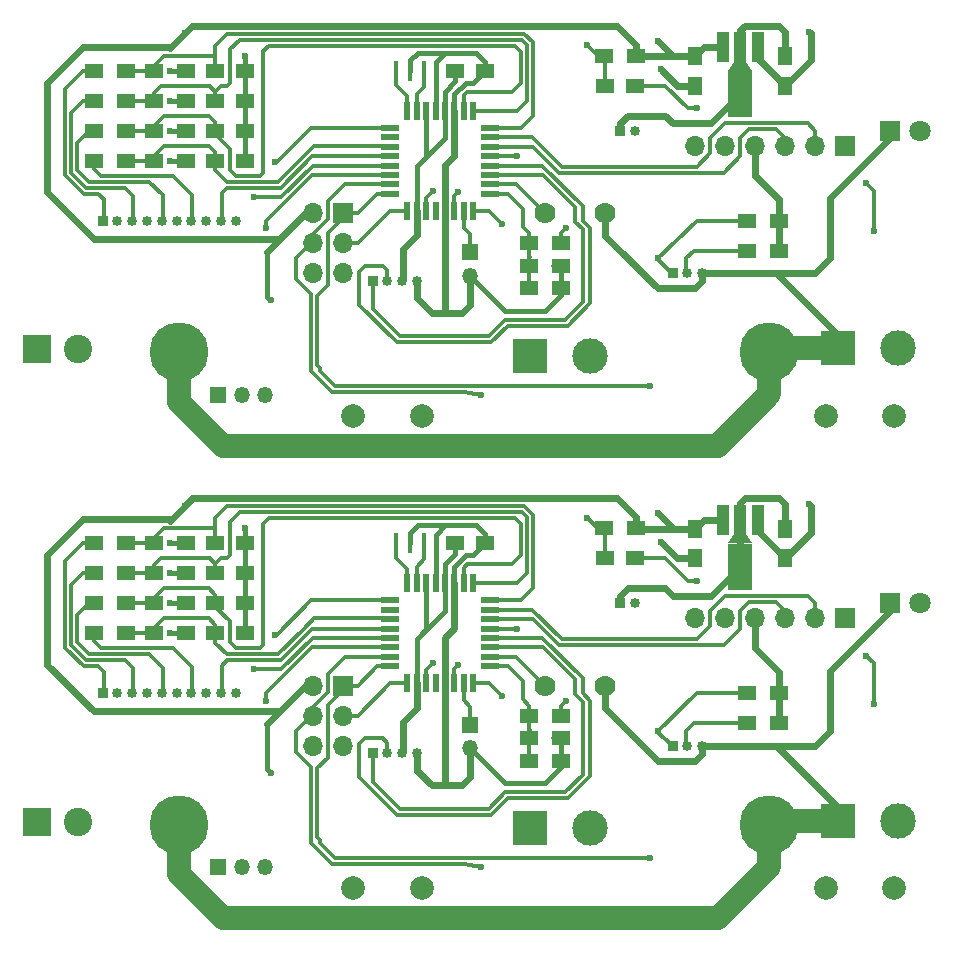
<source format=gtl>
%MOIN*%
%OFA0B0*%
%FSLAX46Y46*%
%IPPOS*%
%LPD*%
%ADD10C,0.0039370078740157488*%
%ADD11R,0.033464566929133861X0.033464566929133861*%
%ADD12C,0.033464566929133861*%
%ADD13C,0.07874015748031496*%
%ADD14C,0.19685039370078741*%
%ADD15R,0.053149606299212608X0.053149606299212608*%
%ADD16O,0.053149606299212608X0.053149606299212608*%
%ADD17R,0.066929133858267723X0.066929133858267723*%
%ADD18O,0.066929133858267723X0.066929133858267723*%
%ADD19R,0.11811023622047245X0.11811023622047245*%
%ADD20C,0.11811023622047245*%
%ADD21R,0.094488188976377951X0.094488188976377951*%
%ADD22C,0.094488188976377951*%
%ADD23R,0.049212598425196853X0.059055118110236227*%
%ADD24R,0.059055118110236227X0.049212598425196853*%
%ADD25R,0.059055118110236227X0.051181102362204731*%
%ADD26R,0.015748031496062995X0.070866141732283464*%
%ADD27R,0.070866141732283464X0.070866141732283464*%
%ADD28C,0.070866141732283464*%
%ADD29C,0.07*%
%ADD30R,0.03937007874015748X0.0984251968503937*%
%ADD31R,0.07874015748031496X0.15748031496062992*%
%ADD32R,0.021653543307086617X0.062992125984251982*%
%ADD33R,0.062992125984251982X0.021653543307086617*%
%ADD34C,0.023622047244094488*%
%ADD35C,0.012000000000000002*%
%ADD36C,0.08*%
%ADD37C,0.024000000000000004*%
%ADD38C,0.016*%
%ADD49C,0.0039370078740157488*%
%ADD50R,0.033464566929133861X0.033464566929133861*%
%ADD51C,0.033464566929133861*%
%ADD52C,0.07874015748031496*%
%ADD53C,0.19685039370078741*%
%ADD54R,0.053149606299212608X0.053149606299212608*%
%ADD55O,0.053149606299212608X0.053149606299212608*%
%ADD56R,0.066929133858267723X0.066929133858267723*%
%ADD57O,0.066929133858267723X0.066929133858267723*%
%ADD58R,0.11811023622047245X0.11811023622047245*%
%ADD59C,0.11811023622047245*%
%ADD60R,0.094488188976377951X0.094488188976377951*%
%ADD61C,0.094488188976377951*%
%ADD62R,0.049212598425196853X0.059055118110236227*%
%ADD63R,0.059055118110236227X0.049212598425196853*%
%ADD64R,0.059055118110236227X0.051181102362204731*%
%ADD65R,0.015748031496062995X0.070866141732283464*%
%ADD66R,0.070866141732283464X0.070866141732283464*%
%ADD67C,0.070866141732283464*%
%ADD68C,0.07*%
%ADD69R,0.03937007874015748X0.0984251968503937*%
%ADD70R,0.07874015748031496X0.15748031496062992*%
%ADD71R,0.021653543307086617X0.062992125984251982*%
%ADD72R,0.062992125984251982X0.021653543307086617*%
%ADD73C,0.023622047244094488*%
%ADD74C,0.012000000000000002*%
%ADD75C,0.08*%
%ADD76C,0.024000000000000004*%
%ADD77C,0.016*%
%LPD*%
G01*
D10*
D11*
X-0005157401Y0004896259D02*
X0000337598Y0000821259D03*
D12*
X0000386810Y0000821259D03*
X0000436023Y0000821259D03*
X0000485236Y0000821259D03*
X0000534448Y0000821259D03*
X0000583661Y0000821259D03*
X0000632873Y0000821259D03*
X0000682086Y0000821259D03*
X0000731299Y0000821259D03*
X0000780511Y0000821259D03*
D13*
X0001401771Y0000171259D03*
X0001173425Y0000171259D03*
X0002748425Y0000171259D03*
X0002976771Y0000171259D03*
D11*
X0002062598Y0001121259D03*
D12*
X0002111810Y0001121259D03*
D14*
X0000590551Y0000383700D03*
D15*
X0000722598Y0000241259D03*
D16*
X0000801338Y0000241259D03*
X0000880078Y0000241259D03*
D17*
X0001137598Y0000846259D03*
D18*
X0001037598Y0000846259D03*
X0001137598Y0000746259D03*
X0001037598Y0000746259D03*
X0001137598Y0000646259D03*
X0001037598Y0000646259D03*
D19*
X0001762598Y0000371259D03*
D20*
X0001962598Y0000371259D03*
D14*
X0002559055Y0000383700D03*
D21*
X0000118110Y0000393700D03*
D22*
X0000255905Y0000393700D03*
D15*
X0001562598Y0000716259D03*
D16*
X0001562598Y0000637519D03*
D19*
X0002787598Y0000396259D03*
D20*
X0002987598Y0000396259D03*
D23*
X0002612598Y0001370472D03*
X0002612598Y0001272047D03*
X0002312598Y0001370472D03*
X0002312598Y0001272047D03*
D24*
X0001513385Y0001321259D03*
X0001611810Y0001321259D03*
X0000713385Y0001321259D03*
X0000811810Y0001321259D03*
X0000713385Y0001221259D03*
X0000811810Y0001221259D03*
X0000713385Y0001021259D03*
X0000811810Y0001021259D03*
X0002111810Y0001271259D03*
X0002013385Y0001271259D03*
X0000713385Y0001121259D03*
X0000811810Y0001121259D03*
D25*
X0000509448Y0001321259D03*
X0000615747Y0001321259D03*
X0000309448Y0001321259D03*
X0000415747Y0001321259D03*
X0000509448Y0001221259D03*
X0000615747Y0001221259D03*
X0000309448Y0001221259D03*
X0000415747Y0001221259D03*
X0001759448Y0000746259D03*
X0001865747Y0000746259D03*
X0000509448Y0001021259D03*
X0000615747Y0001021259D03*
X0000309448Y0001021259D03*
X0000415747Y0001021259D03*
X0001759448Y0000671259D03*
X0001865747Y0000671259D03*
X0002009448Y0001371259D03*
X0002115747Y0001371259D03*
X0000309448Y0001121259D03*
X0000415747Y0001121259D03*
X0000509448Y0001121259D03*
X0000615747Y0001121259D03*
X0002590747Y0000821259D03*
X0002484448Y0000821259D03*
X0002590747Y0000721259D03*
X0002484448Y0000721259D03*
D26*
X0001315354Y0001321259D03*
X0001362598Y0001321259D03*
X0001409842Y0001321259D03*
D27*
X0002962598Y0001121259D03*
D28*
X0003062598Y0001121259D03*
D29*
X0002012598Y0000846259D03*
X0001812598Y0000846259D03*
D25*
X0001759448Y0000596259D03*
X0001865747Y0000596259D03*
D11*
X0001237598Y0000621259D03*
D12*
X0001286810Y0000621259D03*
X0001336023Y0000621259D03*
X0001385236Y0000621259D03*
D17*
X0002812598Y0001071259D03*
D18*
X0002712598Y0001071259D03*
X0002612598Y0001071259D03*
X0002512598Y0001071259D03*
X0002412598Y0001071259D03*
X0002312598Y0001071259D03*
D11*
X0002237598Y0000646259D03*
D12*
X0002286810Y0000646259D03*
X0002336023Y0000646259D03*
D30*
X0002521653Y0001399212D03*
X0002462598Y0001399212D03*
X0002403543Y0001399212D03*
D31*
X0002462598Y0001243306D03*
D10*
G36*
X0002423228Y0001321062D02*
X0002442913Y0001350590D01*
X0002482283Y0001350590D01*
X0002501968Y0001321062D01*
X0002423228Y0001321062D01*
X0002423228Y0001321062D01*
G37*
D32*
X0001572834Y0001188582D03*
X0001541338Y0001188582D03*
X0001509842Y0001188582D03*
X0001478346Y0001188582D03*
X0001446850Y0001188582D03*
X0001415354Y0001188582D03*
X0001383858Y0001188582D03*
X0001352362Y0001188582D03*
D33*
X0001295275Y0001131495D03*
X0001295275Y0001099999D03*
X0001295275Y0001068503D03*
X0001295275Y0001037007D03*
X0001295275Y0001005511D03*
X0001295275Y0000974015D03*
X0001295275Y0000942519D03*
X0001295275Y0000911023D03*
D32*
X0001352362Y0000853936D03*
X0001383858Y0000853936D03*
X0001415354Y0000853936D03*
X0001446850Y0000853936D03*
X0001478346Y0000853936D03*
X0001509842Y0000853936D03*
X0001541338Y0000853936D03*
X0001572834Y0000853936D03*
D33*
X0001629921Y0000911023D03*
X0001629921Y0000942519D03*
X0001629921Y0000974015D03*
X0001629921Y0001005511D03*
X0001629921Y0001037007D03*
X0001629921Y0001068503D03*
X0001629921Y0001099999D03*
X0001629921Y0001131495D03*
D34*
X0001952598Y0001406259D03*
X0001717598Y0001036259D03*
X0002197598Y0001326259D03*
X0002692598Y0001451259D03*
X0000812598Y0001371259D03*
X0002187598Y0000696259D03*
X0001667598Y0000811259D03*
X0000842598Y0000901259D03*
X0002907598Y0000786259D03*
X0002882598Y0000946259D03*
X0000912598Y0001016259D03*
X0002162598Y0000271259D03*
X0002187598Y0001421259D03*
X0000612598Y0001446259D03*
X0000897598Y0000556259D03*
X0000562598Y0001321259D03*
X0000562598Y0001221259D03*
X0000562598Y0001121259D03*
X0000562598Y0001021259D03*
X0001597598Y0000241259D03*
X0000882598Y0000796259D03*
X0001882598Y0000796259D03*
X0002317598Y0001196259D03*
X0001437598Y0000921259D03*
X0001522598Y0000916259D03*
D35*
X0001952598Y0001406259D02*
X0001987598Y0001371259D01*
X0001987598Y0001371259D02*
X0002009448Y0001371259D01*
X0002013385Y0001271259D02*
X0002013385Y0001367322D01*
X0002013385Y0001367322D02*
X0002009448Y0001371259D01*
X0001629921Y0001037007D02*
X0001716850Y0001037007D01*
X0001716850Y0001037007D02*
X0001717598Y0001036259D01*
D36*
X0002559055Y0000383700D02*
X0002559055Y0000242716D01*
X0000590551Y0000218306D02*
X0000590551Y0000383700D01*
X0000737598Y0000071259D02*
X0000590551Y0000218306D01*
X0002387598Y0000071259D02*
X0000737598Y0000071259D01*
X0002559055Y0000242716D02*
X0002387598Y0000071259D01*
X0002787598Y0000396259D02*
X0002571614Y0000396259D01*
X0002571614Y0000396259D02*
X0002559055Y0000383700D01*
D37*
X0002312598Y0001272047D02*
X0002251810Y0001272047D01*
X0002251810Y0001272047D02*
X0002197598Y0001326259D01*
D35*
X0001865747Y0000671259D02*
X0001837598Y0000671259D01*
D38*
X0001865747Y0000596259D02*
X0001865747Y0000574409D01*
X0001865747Y0000574409D02*
X0001812598Y0000521259D01*
X0001678858Y0000521259D02*
X0001562598Y0000637519D01*
X0001812598Y0000521259D02*
X0001678858Y0000521259D01*
X0001865747Y0000671259D02*
X0001865747Y0000596259D01*
D37*
X0002787598Y0000396259D02*
X0002787598Y0000441259D01*
X0002787598Y0000441259D02*
X0002582598Y0000646259D01*
X0002012598Y0000846259D02*
X0002012598Y0000771259D01*
X0002312598Y0000596259D02*
X0002336023Y0000619684D01*
X0002187598Y0000596259D02*
X0002312598Y0000596259D01*
X0002062598Y0000721259D02*
X0002187598Y0000596259D01*
X0002012598Y0000771259D02*
X0002062598Y0000721259D01*
X0002336023Y0000619684D02*
X0002336023Y0000646259D01*
X0002336023Y0000646259D02*
X0002587598Y0000646259D01*
X0002587598Y0000646259D02*
X0002712598Y0000646259D01*
X0002712598Y0000646259D02*
X0002762598Y0000696259D01*
X0002762598Y0000696259D02*
X0002762598Y0000896259D01*
X0002762598Y0000896259D02*
X0002962598Y0001096259D01*
X0002962598Y0001096259D02*
X0002962598Y0001121259D01*
X0002332677Y0000642913D02*
X0002336023Y0000646259D01*
X0001386417Y0000620078D02*
X0001386417Y0000562440D01*
X0001386417Y0000562440D02*
X0001434684Y0000514173D01*
X0001434684Y0000514173D02*
X0001484842Y0000514173D01*
X0001386417Y0000620078D02*
X0001385236Y0000621259D01*
X0001484842Y0000514173D02*
X0001535511Y0000514173D01*
X0001562598Y0000541259D02*
X0001562598Y0000637519D01*
X0001535511Y0000514173D02*
X0001562598Y0000541259D01*
X0002697598Y0001357047D02*
X0002612598Y0001272047D01*
X0002692598Y0001451259D02*
X0002697598Y0001446259D01*
X0002697598Y0001446259D02*
X0002697598Y0001357047D01*
D38*
X0001446850Y0001188582D02*
X0001446850Y0001350511D01*
X0001446850Y0001350511D02*
X0001477598Y0001381259D01*
X0001362598Y0001321259D02*
X0001362598Y0001356259D01*
X0001362598Y0001356259D02*
X0001387598Y0001381259D01*
X0001387598Y0001381259D02*
X0001477598Y0001381259D01*
X0001477598Y0001381259D02*
X0001582598Y0001381259D01*
X0001582598Y0001381259D02*
X0001611810Y0001352047D01*
X0001611810Y0001352047D02*
X0001611810Y0001321259D01*
X0001509842Y0001188582D02*
X0001509842Y0001243503D01*
X0001571810Y0001281259D02*
X0001611810Y0001321259D01*
X0001547598Y0001281259D02*
X0001571810Y0001281259D01*
X0001509842Y0001243503D02*
X0001547598Y0001281259D01*
D37*
X0001478346Y0000853936D02*
X0001478346Y0001007007D01*
X0001509842Y0001038503D02*
X0001509842Y0001188582D01*
X0001478346Y0001007007D02*
X0001509842Y0001038503D01*
X0001478346Y0000853936D02*
X0001478346Y0000520669D01*
X0001478346Y0000520669D02*
X0001484842Y0000514173D01*
X0002521653Y0001399212D02*
X0002521653Y0001362992D01*
X0002521653Y0001362992D02*
X0002612598Y0001272047D01*
D38*
X0000811810Y0001370472D02*
X0000811810Y0001321259D01*
X0000812598Y0001371259D02*
X0000811810Y0001370472D01*
X0000811810Y0001221259D02*
X0000811810Y0001321259D01*
X0000811810Y0001121259D02*
X0000811810Y0001221259D01*
X0000811810Y0001021259D02*
X0000811810Y0001121259D01*
D35*
X0001541338Y0000853936D02*
X0001541338Y0000797519D01*
X0001562598Y0000776259D02*
X0001562598Y0000716259D01*
X0001541338Y0000797519D02*
X0001562598Y0000776259D01*
X0001572834Y0000853936D02*
X0001624921Y0000853936D01*
X0001624921Y0000853936D02*
X0001667598Y0000811259D01*
X0002187598Y0000696259D02*
X0002184251Y0000692913D01*
X0001665275Y0000808936D02*
X0001667598Y0000811259D01*
X0002234251Y0000647637D02*
X0002184251Y0000692913D01*
X0002317598Y0000821259D02*
X0002484448Y0000821259D01*
X0002184251Y0000692913D02*
X0002317598Y0000821259D01*
X0001629921Y0000911023D02*
X0001687834Y0000911023D01*
X0001759448Y0000779409D02*
X0001759448Y0000746259D01*
X0001737598Y0000801259D02*
X0001759448Y0000779409D01*
X0001737598Y0000861259D02*
X0001737598Y0000801259D01*
X0001687834Y0000911023D02*
X0001737598Y0000861259D01*
X0001759448Y0000671259D02*
X0001759448Y0000596259D01*
X0001759448Y0000746259D02*
X0001759448Y0000671259D01*
X0001762472Y0000749283D02*
X0001759448Y0000746259D01*
X0001762598Y0000699409D02*
X0001759448Y0000696259D01*
X0001629921Y0000942519D02*
X0001716338Y0000942519D01*
X0001716338Y0000942519D02*
X0001812598Y0000846259D01*
X0001387598Y0000436259D02*
X0001327598Y0000436259D01*
X0001562598Y0000436259D02*
X0001387598Y0000436259D01*
X0001624492Y0000436259D02*
X0001679366Y0000491133D01*
X0001679366Y0000491133D02*
X0001879366Y0000491133D01*
X0001879366Y0000491133D02*
X0001937598Y0000549365D01*
X0001937598Y0000549365D02*
X0001937598Y0000793153D01*
X0001937598Y0000793153D02*
X0001912598Y0000818153D01*
X0001912598Y0000818153D02*
X0001912598Y0000868153D01*
X0001912598Y0000868153D02*
X0001806736Y0000974015D01*
X0001629921Y0000974015D02*
X0001806736Y0000974015D01*
X0001562598Y0000436259D02*
X0001624492Y0000436259D01*
X0001237598Y0000526259D02*
X0001237598Y0000621259D01*
X0001327598Y0000436259D02*
X0001237598Y0000526259D01*
X0001367598Y0000416259D02*
X0001317598Y0000416259D01*
X0001572598Y0000416259D02*
X0001367598Y0000416259D01*
X0001632598Y0000416259D02*
X0001687598Y0000471259D01*
X0001687598Y0000471259D02*
X0001887598Y0000471259D01*
X0001887598Y0000471259D02*
X0001962598Y0000546259D01*
X0001962598Y0000546259D02*
X0001962598Y0000796259D01*
X0001962598Y0000796259D02*
X0001937598Y0000821259D01*
X0001937598Y0000821259D02*
X0001937598Y0000871259D01*
X0001937598Y0000871259D02*
X0001803346Y0001005511D01*
X0001629921Y0001005511D02*
X0001803346Y0001005511D01*
X0001572598Y0000416259D02*
X0001632598Y0000416259D01*
X0001286810Y0000657047D02*
X0001286810Y0000621259D01*
X0001272598Y0000671259D02*
X0001286810Y0000657047D01*
X0001212598Y0000671259D02*
X0001272598Y0000671259D01*
X0001192598Y0000651259D02*
X0001212598Y0000671259D01*
X0001192598Y0000541259D02*
X0001192598Y0000651259D01*
X0001317598Y0000416259D02*
X0001192598Y0000541259D01*
X0001295275Y0001005511D02*
X0001036850Y0001005511D01*
X0000932598Y0000901259D02*
X0000842598Y0000901259D01*
X0001036850Y0001005511D02*
X0000932598Y0000901259D01*
X0002907598Y0000921259D02*
X0002907598Y0000786259D01*
X0002882598Y0000946259D02*
X0002907598Y0000921259D01*
X0000734842Y0000828346D02*
X0000734842Y0000913629D01*
X0001036452Y0001037007D02*
X0001295275Y0001037007D01*
X0000930704Y0000931259D02*
X0001036452Y0001037007D01*
X0000752472Y0000931259D02*
X0000930704Y0000931259D01*
X0000734842Y0000913629D02*
X0000752472Y0000931259D01*
X0000509448Y0001021259D02*
X0000509448Y0001038110D01*
X0000509448Y0001038110D02*
X0000542598Y0001071259D01*
X0000713385Y0001050472D02*
X0000713385Y0001021259D01*
X0000692598Y0001071259D02*
X0000713385Y0001050472D01*
X0000542598Y0001071259D02*
X0000692598Y0001071259D01*
X0000415747Y0001021259D02*
X0000509448Y0001021259D01*
X0001008346Y0001037007D02*
X0001042598Y0001071259D01*
X0000713385Y0000990472D02*
X0000752598Y0000951259D01*
X0000713385Y0001021259D02*
X0000713385Y0000990472D01*
X0000752598Y0000951259D02*
X0000922598Y0000951259D01*
X0000922598Y0000951259D02*
X0001008346Y0001037007D01*
X0001042598Y0001071259D02*
X0001292519Y0001071259D01*
X0001292519Y0001071259D02*
X0001295275Y0001068503D01*
X0001295275Y0001131495D02*
X0001032834Y0001131495D01*
X0000917598Y0001016259D02*
X0000912598Y0001016259D01*
X0001032834Y0001131495D02*
X0000917598Y0001016259D01*
X0000872598Y0000981259D02*
X0000872598Y0001386259D01*
X0001541338Y0001188582D02*
X0001541338Y0001239999D01*
X0001552598Y0001251259D02*
X0001541338Y0001239999D01*
X0001702598Y0001251259D02*
X0001552598Y0001251259D01*
X0001732598Y0001281259D02*
X0001702598Y0001251259D01*
X0001732598Y0001385047D02*
X0001732598Y0001281259D01*
X0000862598Y0000971259D02*
X0000872598Y0000981259D01*
X0000782598Y0000971259D02*
X0000862598Y0000971259D01*
X0000762598Y0000991259D02*
X0000782598Y0000971259D01*
X0000762598Y0001061259D02*
X0000762598Y0000991259D01*
X0000762598Y0001061259D02*
X0000713385Y0001110472D01*
X0001712008Y0001405637D02*
X0001732598Y0001385047D01*
X0000891976Y0001405637D02*
X0001712008Y0001405637D01*
X0000872598Y0001386259D02*
X0000891976Y0001405637D01*
X0000509448Y0001121259D02*
X0000509448Y0001138110D01*
X0000509448Y0001138110D02*
X0000542598Y0001171259D01*
X0000713385Y0001150472D02*
X0000713385Y0001121259D01*
X0000692598Y0001171259D02*
X0000713385Y0001150472D01*
X0000542598Y0001171259D02*
X0000692598Y0001171259D01*
X0000415747Y0001121259D02*
X0000509448Y0001121259D01*
X0000713385Y0001121259D02*
X0000713385Y0001110472D01*
X0001752724Y0001393027D02*
X0001752724Y0001408027D01*
X0001752724Y0001221385D02*
X0001719921Y0001188582D01*
X0001752724Y0001393027D02*
X0001752724Y0001221385D01*
X0000762598Y0001281259D02*
X0000762598Y0001393153D01*
X0000752598Y0001271259D02*
X0000762598Y0001281259D01*
X0000732598Y0001271259D02*
X0000752598Y0001271259D01*
X0000713385Y0001252047D02*
X0000732598Y0001271259D01*
X0001719921Y0001188582D02*
X0001572834Y0001188582D01*
X0000794956Y0001425511D02*
X0000762598Y0001393153D01*
X0001735240Y0001425511D02*
X0000794956Y0001425511D01*
X0001752724Y0001408027D02*
X0001735240Y0001425511D01*
X0000509448Y0001221259D02*
X0000509448Y0001248110D01*
X0000694173Y0001271259D02*
X0000713385Y0001252047D01*
X0000532598Y0001271259D02*
X0000694173Y0001271259D01*
X0000509448Y0001248110D02*
X0000532598Y0001271259D01*
X0000415747Y0001221259D02*
X0000509448Y0001221259D01*
X0000713385Y0001221259D02*
X0000713385Y0001252047D01*
X0000712598Y0001371259D02*
X0000712598Y0001405385D01*
X0001772598Y0001401259D02*
X0001772598Y0001171259D01*
X0001772598Y0001171259D02*
X0001732834Y0001131495D01*
X0001732834Y0001131495D02*
X0001629921Y0001131495D01*
X0001772598Y0001416259D02*
X0001772598Y0001401259D01*
X0001743472Y0001445385D02*
X0001772598Y0001416259D01*
X0000752598Y0001445385D02*
X0001743472Y0001445385D01*
X0000712598Y0001405385D02*
X0000752598Y0001445385D01*
X0000509448Y0001321259D02*
X0000509448Y0001338110D01*
X0000509448Y0001338110D02*
X0000542598Y0001371259D01*
X0000542598Y0001371259D02*
X0000712598Y0001371259D01*
X0000712598Y0001371259D02*
X0000713385Y0001371259D01*
X0000415747Y0001321259D02*
X0000509448Y0001321259D01*
X0000713385Y0001321259D02*
X0000713385Y0001371259D01*
X0000713385Y0001371259D02*
X0000713385Y0001372047D01*
X0001352362Y0000853936D02*
X0001295275Y0000853936D01*
X0001187598Y0000746259D02*
X0001137598Y0000746259D01*
X0001295275Y0000853936D02*
X0001187598Y0000746259D01*
X0001137598Y0000846259D02*
X0001137598Y0000831259D01*
X0001137598Y0000831259D02*
X0001087598Y0000781259D01*
X0001052472Y0000571133D02*
X0001087598Y0000606259D01*
X0001512598Y0000271259D02*
X0002162598Y0000271259D01*
X0001062598Y0000331133D02*
X0001052472Y0000341259D01*
X0001052472Y0000341259D02*
X0001052472Y0000568027D01*
X0001112598Y0000271259D02*
X0001062598Y0000321259D01*
X0001512598Y0000271259D02*
X0001112598Y0000271259D01*
X0001062598Y0000321259D02*
X0001062598Y0000331133D01*
X0001052472Y0000568027D02*
X0001052472Y0000571133D01*
X0001087598Y0000781259D02*
X0001087598Y0000606259D01*
X0001295275Y0000911023D02*
X0001252362Y0000911023D01*
X0001187598Y0000846259D02*
X0001137598Y0000846259D01*
X0001252362Y0000911023D02*
X0001187598Y0000846259D01*
X0001295275Y0000911023D02*
X0001279255Y0000911023D01*
D37*
X0000152598Y0001281259D02*
X0000152598Y0000916259D01*
X0000612598Y0001447133D02*
X0000562598Y0001397133D01*
X0000562598Y0001397133D02*
X0000562598Y0001401259D01*
X0000152598Y0001281259D02*
X0000272598Y0001401259D01*
X0000562598Y0001401259D02*
X0000272598Y0001401259D01*
X0000307598Y0000761259D02*
X0000927598Y0000761259D01*
X0000152598Y0000916259D02*
X0000307598Y0000761259D01*
X0002237598Y0001371259D02*
X0002237598Y0001370472D01*
X0002187598Y0001421259D02*
X0002237598Y0001371259D01*
X0000612598Y0001446259D02*
X0000612161Y0001446696D01*
X0000612161Y0001446696D02*
X0000612598Y0001446259D01*
X0000612598Y0001446259D02*
X0000612598Y0001447133D01*
D38*
X0000885098Y0000568759D02*
X0000885098Y0000718759D01*
X0000897598Y0000556259D02*
X0000885098Y0000568759D01*
D37*
X0000885098Y0000718759D02*
X0000927598Y0000761259D01*
X0000927598Y0000761259D02*
X0001012598Y0000846259D01*
X0001037598Y0000846259D02*
X0001012598Y0000846259D01*
X0002512598Y0001071259D02*
X0002512598Y0000971259D01*
X0002590747Y0000893110D02*
X0002590747Y0000821259D01*
X0002512598Y0000971259D02*
X0002590747Y0000893110D01*
X0002515747Y0001068110D02*
X0002512598Y0001071259D01*
D38*
X0001415354Y0001188582D02*
X0001415354Y0001034015D01*
X0001415354Y0001034015D02*
X0001383858Y0001002519D01*
X0001383858Y0000853936D02*
X0001383858Y0001002519D01*
X0001478346Y0001097007D02*
X0001478346Y0001188582D01*
X0001383858Y0001002519D02*
X0001478346Y0001097007D01*
X0001478346Y0001188582D02*
X0001478346Y0001252007D01*
X0001478346Y0001252007D02*
X0001513385Y0001287047D01*
X0001513385Y0001287047D02*
X0001513385Y0001321259D01*
D37*
X0001383858Y0000853936D02*
X0001383858Y0000772519D01*
X0001337204Y0000725866D02*
X0001337204Y0000628346D01*
X0001383858Y0000772519D02*
X0001337204Y0000725866D01*
X0002403543Y0001399212D02*
X0002403543Y0001415314D01*
X0002590747Y0000721259D02*
X0002590747Y0000821259D01*
X0002115747Y0001371259D02*
X0002115747Y0001408110D01*
X0000636724Y0001471259D02*
X0000612598Y0001447133D01*
X0002052598Y0001471259D02*
X0000636724Y0001471259D01*
X0002115747Y0001408110D02*
X0002052598Y0001471259D01*
X0002312598Y0001370472D02*
X0002237598Y0001370472D01*
X0002237598Y0001370472D02*
X0002116535Y0001370472D01*
X0002116535Y0001370472D02*
X0002115747Y0001371259D01*
X0002403543Y0001399212D02*
X0002341338Y0001399212D01*
X0002341338Y0001399212D02*
X0002312598Y0001370472D01*
D38*
X0000615747Y0001321259D02*
X0000562598Y0001321259D01*
X0000615747Y0001221259D02*
X0000562598Y0001221259D01*
X0000615747Y0001121259D02*
X0000562598Y0001121259D01*
X0000615747Y0001021259D02*
X0000562598Y0001021259D01*
D35*
X0001295275Y0000942519D02*
X0001143858Y0000942519D01*
X0001087598Y0000826259D02*
X0001037598Y0000776259D01*
X0001087598Y0000886259D02*
X0001087598Y0000826259D01*
X0001143858Y0000942519D02*
X0001087598Y0000886259D01*
X0001037598Y0000776259D02*
X0001037598Y0000746259D01*
X0001032598Y0000576259D02*
X0000982598Y0000626259D01*
X0001032598Y0000576259D02*
X0001032598Y0000321259D01*
X0001102598Y0000251259D02*
X0001042724Y0000311133D01*
X0001542598Y0000251259D02*
X0001102598Y0000251259D01*
X0001597598Y0000241259D02*
X0001542598Y0000251259D01*
X0001032598Y0000321259D02*
X0001042724Y0000311133D01*
X0000982598Y0000696259D02*
X0001032598Y0000746259D01*
X0000982598Y0000626259D02*
X0000982598Y0000696259D01*
X0001032598Y0000746259D02*
X0001037598Y0000746259D01*
X0001035354Y0000974015D02*
X0000882598Y0000821259D01*
X0000882598Y0000821259D02*
X0000882598Y0000796259D01*
X0001295275Y0000974015D02*
X0001035354Y0000974015D01*
X0002462598Y0001096259D02*
X0002462598Y0001036259D01*
X0002462598Y0001096259D02*
X0002492724Y0001126385D01*
X0002492724Y0001126385D02*
X0002582472Y0001126385D01*
X0002612598Y0001096259D02*
X0002582472Y0001126385D01*
X0001772248Y0001068503D02*
X0001629921Y0001068503D01*
X0001859366Y0000981385D02*
X0001772248Y0001068503D01*
X0002407724Y0000981385D02*
X0001859366Y0000981385D01*
X0002462598Y0001036259D02*
X0002407724Y0000981385D01*
X0002612598Y0001096259D02*
X0002612598Y0001071259D01*
X0002612598Y0001096259D02*
X0002612598Y0001071259D01*
X0001867598Y0001001259D02*
X0002317598Y0001001259D01*
X0002687598Y0001146259D02*
X0002712598Y0001121259D01*
X0002712598Y0001121259D02*
X0002712598Y0001071259D01*
X0002512598Y0001146259D02*
X0002562598Y0001146259D01*
X0002562598Y0001146259D02*
X0002687598Y0001146259D01*
X0002362598Y0001096259D02*
X0002412598Y0001146259D01*
X0002412598Y0001146259D02*
X0002512598Y0001146259D01*
X0002362598Y0001046259D02*
X0002362598Y0001096259D01*
X0002317598Y0001001259D02*
X0002362598Y0001046259D01*
X0001748858Y0001099999D02*
X0001768858Y0001099999D01*
X0001629921Y0001099999D02*
X0001748858Y0001099999D01*
X0001768858Y0001099999D02*
X0001867598Y0001001259D01*
X0001865747Y0000746259D02*
X0001865747Y0000779409D01*
X0001865747Y0000779409D02*
X0001882598Y0000796259D01*
X0001865747Y0000749409D02*
X0001865747Y0000746259D01*
D37*
X0002062598Y0001121259D02*
X0002062598Y0001146259D01*
X0002062598Y0001146259D02*
X0002087598Y0001171259D01*
X0002087598Y0001171259D02*
X0002212598Y0001171259D01*
X0002212598Y0001171259D02*
X0002237598Y0001146259D01*
X0002237598Y0001146259D02*
X0002365551Y0001146259D01*
X0002365551Y0001146259D02*
X0002462598Y0001243306D01*
X0002462598Y0001335826D02*
X0002462598Y0001399212D01*
X0002462598Y0001399212D02*
X0002462598Y0001456259D01*
X0002612598Y0001451259D02*
X0002612598Y0001370472D01*
X0002592598Y0001471259D02*
X0002612598Y0001451259D01*
X0002477598Y0001471259D02*
X0002592598Y0001471259D01*
X0002462598Y0001456259D02*
X0002477598Y0001471259D01*
X0002462598Y0001243306D02*
X0002462598Y0001399212D01*
D35*
X0002212598Y0001271259D02*
X0002287598Y0001196259D01*
X0002287598Y0001196259D02*
X0002317598Y0001196259D01*
X0002212598Y0001271259D02*
X0002111810Y0001271259D01*
X0000341141Y0000828346D02*
X0000341141Y0000893094D01*
X0000272598Y0001321259D02*
X0000309448Y0001321259D01*
X0000212724Y0001261385D02*
X0000272598Y0001321259D01*
X0000212724Y0000973027D02*
X0000212724Y0001261385D01*
X0000274114Y0000911637D02*
X0000212724Y0000973027D01*
X0000322598Y0000911637D02*
X0000274114Y0000911637D01*
X0000341141Y0000893094D02*
X0000322598Y0000911637D01*
X0002283464Y0000647637D02*
X0002283464Y0000697125D01*
X0002307598Y0000721259D02*
X0002484448Y0000721259D01*
X0002283464Y0000697125D02*
X0002307598Y0000721259D01*
X0001383858Y0001188582D02*
X0001383858Y0001242519D01*
X0001409842Y0001268503D02*
X0001409842Y0001321259D01*
X0001383858Y0001242519D02*
X0001409842Y0001268503D01*
X0001352362Y0001188582D02*
X0001352362Y0001236495D01*
X0001315354Y0001273503D02*
X0001315354Y0001321259D01*
X0001352362Y0001236495D02*
X0001315354Y0001273503D01*
X0000439566Y0000828346D02*
X0000439566Y0000904291D01*
X0000272598Y0001221259D02*
X0000309448Y0001221259D01*
X0000232598Y0001181259D02*
X0000272598Y0001221259D01*
X0000232598Y0000981259D02*
X0000232598Y0001181259D01*
X0000282346Y0000931511D02*
X0000232598Y0000981259D01*
X0000412346Y0000931511D02*
X0000282346Y0000931511D01*
X0000439566Y0000904291D02*
X0000412346Y0000931511D01*
X0000252598Y0000991259D02*
X0000252598Y0001081259D01*
X0000537992Y0000905991D02*
X0000492598Y0000951385D01*
X0000492598Y0000951385D02*
X0000292472Y0000951385D01*
X0000292472Y0000951385D02*
X0000252598Y0000991259D01*
X0000537992Y0000828346D02*
X0000537992Y0000905991D01*
X0000252598Y0001081259D02*
X0000292598Y0001121259D01*
X0000292598Y0001121259D02*
X0000309448Y0001121259D01*
X0000636417Y0000828346D02*
X0000636417Y0000907440D01*
X0000309448Y0000994409D02*
X0000309448Y0001021259D01*
X0000332598Y0000971259D02*
X0000309448Y0000994409D01*
X0000572598Y0000971259D02*
X0000332598Y0000971259D01*
X0000636417Y0000907440D02*
X0000572598Y0000971259D01*
X0003065747Y0001118110D02*
X0003062598Y0001121259D01*
X0001415354Y0000853936D02*
X0001415354Y0000899015D01*
X0001415354Y0000899015D02*
X0001437598Y0000921259D01*
X0001509842Y0000853936D02*
X0001509842Y0000903503D01*
X0001509842Y0000903503D02*
X0001522598Y0000916259D01*
G04 next file*
%LPD*%
G04 #@! TF.FileFunction,Copper,L1,Top,Signal*
G04 Gerber Fmt 4.6, Leading zero omitted, Abs format (unit mm)*
G04 Created by KiCad (PCBNEW 4.0.7) date 08/24/19 10:44:38*
G01*
G04 APERTURE LIST*
G04 APERTURE END LIST*
D49*
D50*
X-0005157401Y0006471063D02*
X0000337598Y0002396063D03*
D51*
X0000386810Y0002396063D03*
X0000436023Y0002396063D03*
X0000485236Y0002396063D03*
X0000534448Y0002396063D03*
X0000583661Y0002396063D03*
X0000632873Y0002396063D03*
X0000682086Y0002396063D03*
X0000731299Y0002396063D03*
X0000780511Y0002396063D03*
D52*
X0001401771Y0001746063D03*
X0001173425Y0001746063D03*
X0002748425Y0001746063D03*
X0002976771Y0001746063D03*
D50*
X0002062598Y0002696063D03*
D51*
X0002111810Y0002696063D03*
D53*
X0000590551Y0001958504D03*
D54*
X0000722598Y0001816063D03*
D55*
X0000801338Y0001816063D03*
X0000880078Y0001816063D03*
D56*
X0001137598Y0002421063D03*
D57*
X0001037598Y0002421063D03*
X0001137598Y0002321063D03*
X0001037598Y0002321063D03*
X0001137598Y0002221063D03*
X0001037598Y0002221063D03*
D58*
X0001762598Y0001946063D03*
D59*
X0001962598Y0001946063D03*
D53*
X0002559055Y0001958504D03*
D60*
X0000118110Y0001968504D03*
D61*
X0000255905Y0001968504D03*
D54*
X0001562598Y0002291063D03*
D55*
X0001562598Y0002212323D03*
D58*
X0002787598Y0001971063D03*
D59*
X0002987598Y0001971063D03*
D62*
X0002612598Y0002945275D03*
X0002612598Y0002846850D03*
X0002312598Y0002945275D03*
X0002312598Y0002846850D03*
D63*
X0001513385Y0002896063D03*
X0001611810Y0002896063D03*
X0000713385Y0002896063D03*
X0000811810Y0002896063D03*
X0000713385Y0002796063D03*
X0000811810Y0002796063D03*
X0000713385Y0002596063D03*
X0000811810Y0002596063D03*
X0002111810Y0002846063D03*
X0002013385Y0002846063D03*
X0000713385Y0002696063D03*
X0000811810Y0002696063D03*
D64*
X0000509448Y0002896063D03*
X0000615747Y0002896063D03*
X0000309448Y0002896063D03*
X0000415747Y0002896063D03*
X0000509448Y0002796063D03*
X0000615747Y0002796063D03*
X0000309448Y0002796063D03*
X0000415747Y0002796063D03*
X0001759448Y0002321063D03*
X0001865747Y0002321063D03*
X0000509448Y0002596063D03*
X0000615747Y0002596063D03*
X0000309448Y0002596063D03*
X0000415747Y0002596063D03*
X0001759448Y0002246063D03*
X0001865747Y0002246063D03*
X0002009448Y0002946063D03*
X0002115747Y0002946063D03*
X0000309448Y0002696063D03*
X0000415747Y0002696063D03*
X0000509448Y0002696063D03*
X0000615747Y0002696063D03*
X0002590747Y0002396063D03*
X0002484448Y0002396063D03*
X0002590747Y0002296063D03*
X0002484448Y0002296063D03*
D65*
X0001315354Y0002896063D03*
X0001362598Y0002896063D03*
X0001409842Y0002896063D03*
D66*
X0002962598Y0002696063D03*
D67*
X0003062598Y0002696063D03*
D68*
X0002012598Y0002421063D03*
X0001812598Y0002421063D03*
D64*
X0001759448Y0002171063D03*
X0001865747Y0002171063D03*
D50*
X0001237598Y0002196063D03*
D51*
X0001286810Y0002196063D03*
X0001336023Y0002196063D03*
X0001385236Y0002196063D03*
D56*
X0002812598Y0002646063D03*
D57*
X0002712598Y0002646063D03*
X0002612598Y0002646063D03*
X0002512598Y0002646063D03*
X0002412598Y0002646063D03*
X0002312598Y0002646063D03*
D50*
X0002237598Y0002221063D03*
D51*
X0002286810Y0002221063D03*
X0002336023Y0002221063D03*
D69*
X0002521653Y0002974015D03*
X0002462598Y0002974015D03*
X0002403543Y0002974015D03*
D70*
X0002462598Y0002818110D03*
D49*
G36*
X0002423228Y0002895866D02*
X0002442913Y0002925393D01*
X0002482283Y0002925393D01*
X0002501968Y0002895866D01*
X0002423228Y0002895866D01*
X0002423228Y0002895866D01*
G37*
D71*
X0001572834Y0002763386D03*
X0001541338Y0002763386D03*
X0001509842Y0002763386D03*
X0001478346Y0002763386D03*
X0001446850Y0002763386D03*
X0001415354Y0002763386D03*
X0001383858Y0002763386D03*
X0001352362Y0002763386D03*
D72*
X0001295275Y0002706299D03*
X0001295275Y0002674803D03*
X0001295275Y0002643307D03*
X0001295275Y0002611811D03*
X0001295275Y0002580315D03*
X0001295275Y0002548819D03*
X0001295275Y0002517323D03*
X0001295275Y0002485826D03*
D71*
X0001352362Y0002428740D03*
X0001383858Y0002428740D03*
X0001415354Y0002428740D03*
X0001446850Y0002428740D03*
X0001478346Y0002428740D03*
X0001509842Y0002428740D03*
X0001541338Y0002428740D03*
X0001572834Y0002428740D03*
D72*
X0001629921Y0002485826D03*
X0001629921Y0002517323D03*
X0001629921Y0002548819D03*
X0001629921Y0002580315D03*
X0001629921Y0002611811D03*
X0001629921Y0002643307D03*
X0001629921Y0002674803D03*
X0001629921Y0002706299D03*
D73*
X0001952598Y0002981063D03*
X0001717598Y0002611063D03*
X0002197598Y0002901063D03*
X0002692598Y0003026063D03*
X0000812598Y0002946063D03*
X0002187598Y0002271063D03*
X0001667598Y0002386063D03*
X0000842598Y0002476063D03*
X0002907598Y0002361063D03*
X0002882598Y0002521063D03*
X0000912598Y0002591063D03*
X0002162598Y0001846063D03*
X0002187598Y0002996063D03*
X0000612598Y0003021063D03*
X0000897598Y0002131063D03*
X0000562598Y0002896063D03*
X0000562598Y0002796063D03*
X0000562598Y0002696063D03*
X0000562598Y0002596063D03*
X0001597598Y0001816063D03*
X0000882598Y0002371063D03*
X0001882598Y0002371063D03*
X0002317598Y0002771063D03*
X0001437598Y0002496063D03*
X0001522598Y0002491063D03*
D74*
X0001952598Y0002981063D02*
X0001987598Y0002946063D01*
X0001987598Y0002946063D02*
X0002009448Y0002946063D01*
X0002013385Y0002846063D02*
X0002013385Y0002942126D01*
X0002013385Y0002942126D02*
X0002009448Y0002946063D01*
X0001629921Y0002611811D02*
X0001716850Y0002611811D01*
X0001716850Y0002611811D02*
X0001717598Y0002611063D01*
D75*
X0002559055Y0001958504D02*
X0002559055Y0001817519D01*
X0000590551Y0001793110D02*
X0000590551Y0001958504D01*
X0000737598Y0001646063D02*
X0000590551Y0001793110D01*
X0002387598Y0001646063D02*
X0000737598Y0001646063D01*
X0002559055Y0001817519D02*
X0002387598Y0001646063D01*
X0002787598Y0001971063D02*
X0002571614Y0001971063D01*
X0002571614Y0001971063D02*
X0002559055Y0001958504D01*
D76*
X0002312598Y0002846850D02*
X0002251810Y0002846850D01*
X0002251810Y0002846850D02*
X0002197598Y0002901063D01*
D74*
X0001865747Y0002246063D02*
X0001837598Y0002246063D01*
D77*
X0001865747Y0002171063D02*
X0001865747Y0002149212D01*
X0001865747Y0002149212D02*
X0001812598Y0002096063D01*
X0001678858Y0002096063D02*
X0001562598Y0002212323D01*
X0001812598Y0002096063D02*
X0001678858Y0002096063D01*
X0001865747Y0002246063D02*
X0001865747Y0002171063D01*
D76*
X0002787598Y0001971063D02*
X0002787598Y0002016063D01*
X0002787598Y0002016063D02*
X0002582598Y0002221063D01*
X0002012598Y0002421063D02*
X0002012598Y0002346063D01*
X0002312598Y0002171063D02*
X0002336023Y0002194488D01*
X0002187598Y0002171063D02*
X0002312598Y0002171063D01*
X0002062598Y0002296063D02*
X0002187598Y0002171063D01*
X0002012598Y0002346063D02*
X0002062598Y0002296063D01*
X0002336023Y0002194488D02*
X0002336023Y0002221063D01*
X0002336023Y0002221063D02*
X0002587598Y0002221063D01*
X0002587598Y0002221063D02*
X0002712598Y0002221063D01*
X0002712598Y0002221063D02*
X0002762598Y0002271063D01*
X0002762598Y0002271063D02*
X0002762598Y0002471063D01*
X0002762598Y0002471063D02*
X0002962598Y0002671063D01*
X0002962598Y0002671063D02*
X0002962598Y0002696063D01*
X0002332677Y0002217716D02*
X0002336023Y0002221063D01*
X0001386417Y0002194882D02*
X0001386417Y0002137244D01*
X0001386417Y0002137244D02*
X0001434684Y0002088976D01*
X0001434684Y0002088976D02*
X0001484842Y0002088976D01*
X0001386417Y0002194882D02*
X0001385236Y0002196063D01*
X0001484842Y0002088976D02*
X0001535511Y0002088976D01*
X0001562598Y0002116063D02*
X0001562598Y0002212323D01*
X0001535511Y0002088976D02*
X0001562598Y0002116063D01*
X0002697598Y0002931850D02*
X0002612598Y0002846850D01*
X0002692598Y0003026063D02*
X0002697598Y0003021063D01*
X0002697598Y0003021063D02*
X0002697598Y0002931850D01*
D77*
X0001446850Y0002763386D02*
X0001446850Y0002925315D01*
X0001446850Y0002925315D02*
X0001477598Y0002956063D01*
X0001362598Y0002896063D02*
X0001362598Y0002931063D01*
X0001362598Y0002931063D02*
X0001387598Y0002956063D01*
X0001387598Y0002956063D02*
X0001477598Y0002956063D01*
X0001477598Y0002956063D02*
X0001582598Y0002956063D01*
X0001582598Y0002956063D02*
X0001611810Y0002926850D01*
X0001611810Y0002926850D02*
X0001611810Y0002896063D01*
X0001509842Y0002763386D02*
X0001509842Y0002818307D01*
X0001571810Y0002856063D02*
X0001611810Y0002896063D01*
X0001547598Y0002856063D02*
X0001571810Y0002856063D01*
X0001509842Y0002818307D02*
X0001547598Y0002856063D01*
D76*
X0001478346Y0002428740D02*
X0001478346Y0002581811D01*
X0001509842Y0002613307D02*
X0001509842Y0002763386D01*
X0001478346Y0002581811D02*
X0001509842Y0002613307D01*
X0001478346Y0002428740D02*
X0001478346Y0002095472D01*
X0001478346Y0002095472D02*
X0001484842Y0002088976D01*
X0002521653Y0002974015D02*
X0002521653Y0002937795D01*
X0002521653Y0002937795D02*
X0002612598Y0002846850D01*
D77*
X0000811810Y0002945275D02*
X0000811810Y0002896063D01*
X0000812598Y0002946063D02*
X0000811810Y0002945275D01*
X0000811810Y0002796063D02*
X0000811810Y0002896063D01*
X0000811810Y0002696063D02*
X0000811810Y0002796063D01*
X0000811810Y0002596063D02*
X0000811810Y0002696063D01*
D74*
X0001541338Y0002428740D02*
X0001541338Y0002372323D01*
X0001562598Y0002351063D02*
X0001562598Y0002291063D01*
X0001541338Y0002372323D02*
X0001562598Y0002351063D01*
X0001572834Y0002428740D02*
X0001624921Y0002428740D01*
X0001624921Y0002428740D02*
X0001667598Y0002386063D01*
X0002187598Y0002271063D02*
X0002184251Y0002267716D01*
X0001665275Y0002383740D02*
X0001667598Y0002386063D01*
X0002234251Y0002222441D02*
X0002184251Y0002267716D01*
X0002317598Y0002396063D02*
X0002484448Y0002396063D01*
X0002184251Y0002267716D02*
X0002317598Y0002396063D01*
X0001629921Y0002485826D02*
X0001687834Y0002485826D01*
X0001759448Y0002354212D02*
X0001759448Y0002321063D01*
X0001737598Y0002376063D02*
X0001759448Y0002354212D01*
X0001737598Y0002436063D02*
X0001737598Y0002376063D01*
X0001687834Y0002485826D02*
X0001737598Y0002436063D01*
X0001759448Y0002246063D02*
X0001759448Y0002171063D01*
X0001759448Y0002321063D02*
X0001759448Y0002246063D01*
X0001762472Y0002324086D02*
X0001759448Y0002321063D01*
X0001762598Y0002274212D02*
X0001759448Y0002271063D01*
X0001629921Y0002517323D02*
X0001716338Y0002517323D01*
X0001716338Y0002517323D02*
X0001812598Y0002421063D01*
X0001387598Y0002011063D02*
X0001327598Y0002011063D01*
X0001562598Y0002011063D02*
X0001387598Y0002011063D01*
X0001624492Y0002011063D02*
X0001679366Y0002065937D01*
X0001679366Y0002065937D02*
X0001879366Y0002065937D01*
X0001879366Y0002065937D02*
X0001937598Y0002124169D01*
X0001937598Y0002124169D02*
X0001937598Y0002367956D01*
X0001937598Y0002367956D02*
X0001912598Y0002392956D01*
X0001912598Y0002392956D02*
X0001912598Y0002442956D01*
X0001912598Y0002442956D02*
X0001806736Y0002548819D01*
X0001629921Y0002548819D02*
X0001806736Y0002548819D01*
X0001562598Y0002011063D02*
X0001624492Y0002011063D01*
X0001237598Y0002101063D02*
X0001237598Y0002196063D01*
X0001327598Y0002011063D02*
X0001237598Y0002101063D01*
X0001367598Y0001991063D02*
X0001317598Y0001991063D01*
X0001572598Y0001991063D02*
X0001367598Y0001991063D01*
X0001632598Y0001991063D02*
X0001687598Y0002046063D01*
X0001687598Y0002046063D02*
X0001887598Y0002046063D01*
X0001887598Y0002046063D02*
X0001962598Y0002121063D01*
X0001962598Y0002121063D02*
X0001962598Y0002371063D01*
X0001962598Y0002371063D02*
X0001937598Y0002396063D01*
X0001937598Y0002396063D02*
X0001937598Y0002446063D01*
X0001937598Y0002446063D02*
X0001803346Y0002580315D01*
X0001629921Y0002580315D02*
X0001803346Y0002580315D01*
X0001572598Y0001991063D02*
X0001632598Y0001991063D01*
X0001286810Y0002231850D02*
X0001286810Y0002196063D01*
X0001272598Y0002246063D02*
X0001286810Y0002231850D01*
X0001212598Y0002246063D02*
X0001272598Y0002246063D01*
X0001192598Y0002226063D02*
X0001212598Y0002246063D01*
X0001192598Y0002116063D02*
X0001192598Y0002226063D01*
X0001317598Y0001991063D02*
X0001192598Y0002116063D01*
X0001295275Y0002580315D02*
X0001036850Y0002580315D01*
X0000932598Y0002476063D02*
X0000842598Y0002476063D01*
X0001036850Y0002580315D02*
X0000932598Y0002476063D01*
X0002907598Y0002496063D02*
X0002907598Y0002361063D01*
X0002882598Y0002521063D02*
X0002907598Y0002496063D01*
X0000734842Y0002403149D02*
X0000734842Y0002488433D01*
X0001036452Y0002611811D02*
X0001295275Y0002611811D01*
X0000930704Y0002506063D02*
X0001036452Y0002611811D01*
X0000752472Y0002506063D02*
X0000930704Y0002506063D01*
X0000734842Y0002488433D02*
X0000752472Y0002506063D01*
X0000509448Y0002596063D02*
X0000509448Y0002612913D01*
X0000509448Y0002612913D02*
X0000542598Y0002646063D01*
X0000713385Y0002625275D02*
X0000713385Y0002596063D01*
X0000692598Y0002646063D02*
X0000713385Y0002625275D01*
X0000542598Y0002646063D02*
X0000692598Y0002646063D01*
X0000415747Y0002596063D02*
X0000509448Y0002596063D01*
X0001008346Y0002611811D02*
X0001042598Y0002646063D01*
X0000713385Y0002565275D02*
X0000752598Y0002526063D01*
X0000713385Y0002596063D02*
X0000713385Y0002565275D01*
X0000752598Y0002526063D02*
X0000922598Y0002526063D01*
X0000922598Y0002526063D02*
X0001008346Y0002611811D01*
X0001042598Y0002646063D02*
X0001292519Y0002646063D01*
X0001292519Y0002646063D02*
X0001295275Y0002643307D01*
X0001295275Y0002706299D02*
X0001032834Y0002706299D01*
X0000917598Y0002591063D02*
X0000912598Y0002591063D01*
X0001032834Y0002706299D02*
X0000917598Y0002591063D01*
X0000872598Y0002556063D02*
X0000872598Y0002961063D01*
X0001541338Y0002763386D02*
X0001541338Y0002814803D01*
X0001552598Y0002826063D02*
X0001541338Y0002814803D01*
X0001702598Y0002826063D02*
X0001552598Y0002826063D01*
X0001732598Y0002856063D02*
X0001702598Y0002826063D01*
X0001732598Y0002959850D02*
X0001732598Y0002856063D01*
X0000862598Y0002546063D02*
X0000872598Y0002556063D01*
X0000782598Y0002546063D02*
X0000862598Y0002546063D01*
X0000762598Y0002566063D02*
X0000782598Y0002546063D01*
X0000762598Y0002636063D02*
X0000762598Y0002566063D01*
X0000762598Y0002636063D02*
X0000713385Y0002685275D01*
X0001712008Y0002980440D02*
X0001732598Y0002959850D01*
X0000891976Y0002980440D02*
X0001712008Y0002980440D01*
X0000872598Y0002961063D02*
X0000891976Y0002980440D01*
X0000509448Y0002696063D02*
X0000509448Y0002712913D01*
X0000509448Y0002712913D02*
X0000542598Y0002746063D01*
X0000713385Y0002725275D02*
X0000713385Y0002696063D01*
X0000692598Y0002746063D02*
X0000713385Y0002725275D01*
X0000542598Y0002746063D02*
X0000692598Y0002746063D01*
X0000415747Y0002696063D02*
X0000509448Y0002696063D01*
X0000713385Y0002696063D02*
X0000713385Y0002685275D01*
X0001752724Y0002967831D02*
X0001752724Y0002982831D01*
X0001752724Y0002796189D02*
X0001719921Y0002763386D01*
X0001752724Y0002967831D02*
X0001752724Y0002796189D01*
X0000762598Y0002856063D02*
X0000762598Y0002967956D01*
X0000752598Y0002846063D02*
X0000762598Y0002856063D01*
X0000732598Y0002846063D02*
X0000752598Y0002846063D01*
X0000713385Y0002826850D02*
X0000732598Y0002846063D01*
X0001719921Y0002763386D02*
X0001572834Y0002763386D01*
X0000794956Y0003000315D02*
X0000762598Y0002967956D01*
X0001735240Y0003000315D02*
X0000794956Y0003000315D01*
X0001752724Y0002982831D02*
X0001735240Y0003000315D01*
X0000509448Y0002796063D02*
X0000509448Y0002822913D01*
X0000694173Y0002846063D02*
X0000713385Y0002826850D01*
X0000532598Y0002846063D02*
X0000694173Y0002846063D01*
X0000509448Y0002822913D02*
X0000532598Y0002846063D01*
X0000415747Y0002796063D02*
X0000509448Y0002796063D01*
X0000713385Y0002796063D02*
X0000713385Y0002826850D01*
X0000712598Y0002946063D02*
X0000712598Y0002980189D01*
X0001772598Y0002976063D02*
X0001772598Y0002746063D01*
X0001772598Y0002746063D02*
X0001732834Y0002706299D01*
X0001732834Y0002706299D02*
X0001629921Y0002706299D01*
X0001772598Y0002991063D02*
X0001772598Y0002976063D01*
X0001743472Y0003020189D02*
X0001772598Y0002991063D01*
X0000752598Y0003020189D02*
X0001743472Y0003020189D01*
X0000712598Y0002980189D02*
X0000752598Y0003020189D01*
X0000509448Y0002896063D02*
X0000509448Y0002912913D01*
X0000509448Y0002912913D02*
X0000542598Y0002946063D01*
X0000542598Y0002946063D02*
X0000712598Y0002946063D01*
X0000712598Y0002946063D02*
X0000713385Y0002946063D01*
X0000415747Y0002896063D02*
X0000509448Y0002896063D01*
X0000713385Y0002896063D02*
X0000713385Y0002946063D01*
X0000713385Y0002946063D02*
X0000713385Y0002946850D01*
X0001352362Y0002428740D02*
X0001295275Y0002428740D01*
X0001187598Y0002321063D02*
X0001137598Y0002321063D01*
X0001295275Y0002428740D02*
X0001187598Y0002321063D01*
X0001137598Y0002421063D02*
X0001137598Y0002406063D01*
X0001137598Y0002406063D02*
X0001087598Y0002356063D01*
X0001052472Y0002145937D02*
X0001087598Y0002181063D01*
X0001512598Y0001846063D02*
X0002162598Y0001846063D01*
X0001062598Y0001905937D02*
X0001052472Y0001916063D01*
X0001052472Y0001916063D02*
X0001052472Y0002142831D01*
X0001112598Y0001846063D02*
X0001062598Y0001896063D01*
X0001512598Y0001846063D02*
X0001112598Y0001846063D01*
X0001062598Y0001896063D02*
X0001062598Y0001905937D01*
X0001052472Y0002142831D02*
X0001052472Y0002145937D01*
X0001087598Y0002356063D02*
X0001087598Y0002181063D01*
X0001295275Y0002485826D02*
X0001252362Y0002485826D01*
X0001187598Y0002421063D02*
X0001137598Y0002421063D01*
X0001252362Y0002485826D02*
X0001187598Y0002421063D01*
X0001295275Y0002485826D02*
X0001279255Y0002485826D01*
D76*
X0000152598Y0002856063D02*
X0000152598Y0002491063D01*
X0000612598Y0003021937D02*
X0000562598Y0002971937D01*
X0000562598Y0002971937D02*
X0000562598Y0002976063D01*
X0000152598Y0002856063D02*
X0000272598Y0002976063D01*
X0000562598Y0002976063D02*
X0000272598Y0002976063D01*
X0000307598Y0002336063D02*
X0000927598Y0002336063D01*
X0000152598Y0002491063D02*
X0000307598Y0002336063D01*
X0002237598Y0002946063D02*
X0002237598Y0002945275D01*
X0002187598Y0002996063D02*
X0002237598Y0002946063D01*
X0000612598Y0003021063D02*
X0000612161Y0003021500D01*
X0000612161Y0003021500D02*
X0000612598Y0003021063D01*
X0000612598Y0003021063D02*
X0000612598Y0003021937D01*
D77*
X0000885098Y0002143563D02*
X0000885098Y0002293563D01*
X0000897598Y0002131063D02*
X0000885098Y0002143563D01*
D76*
X0000885098Y0002293563D02*
X0000927598Y0002336063D01*
X0000927598Y0002336063D02*
X0001012598Y0002421063D01*
X0001037598Y0002421063D02*
X0001012598Y0002421063D01*
X0002512598Y0002646063D02*
X0002512598Y0002546063D01*
X0002590747Y0002467913D02*
X0002590747Y0002396063D01*
X0002512598Y0002546063D02*
X0002590747Y0002467913D01*
X0002515747Y0002642913D02*
X0002512598Y0002646063D01*
D77*
X0001415354Y0002763386D02*
X0001415354Y0002608819D01*
X0001415354Y0002608819D02*
X0001383858Y0002577323D01*
X0001383858Y0002428740D02*
X0001383858Y0002577323D01*
X0001478346Y0002671811D02*
X0001478346Y0002763386D01*
X0001383858Y0002577323D02*
X0001478346Y0002671811D01*
X0001478346Y0002763386D02*
X0001478346Y0002826811D01*
X0001478346Y0002826811D02*
X0001513385Y0002861850D01*
X0001513385Y0002861850D02*
X0001513385Y0002896063D01*
D76*
X0001383858Y0002428740D02*
X0001383858Y0002347323D01*
X0001337204Y0002300669D02*
X0001337204Y0002203149D01*
X0001383858Y0002347323D02*
X0001337204Y0002300669D01*
X0002403543Y0002974015D02*
X0002403543Y0002990118D01*
X0002590747Y0002296063D02*
X0002590747Y0002396063D01*
X0002115747Y0002946063D02*
X0002115747Y0002982913D01*
X0000636724Y0003046063D02*
X0000612598Y0003021937D01*
X0002052598Y0003046063D02*
X0000636724Y0003046063D01*
X0002115747Y0002982913D02*
X0002052598Y0003046063D01*
X0002312598Y0002945275D02*
X0002237598Y0002945275D01*
X0002237598Y0002945275D02*
X0002116535Y0002945275D01*
X0002116535Y0002945275D02*
X0002115747Y0002946063D01*
X0002403543Y0002974015D02*
X0002341338Y0002974015D01*
X0002341338Y0002974015D02*
X0002312598Y0002945275D01*
D77*
X0000615747Y0002896063D02*
X0000562598Y0002896063D01*
X0000615747Y0002796063D02*
X0000562598Y0002796063D01*
X0000615747Y0002696063D02*
X0000562598Y0002696063D01*
X0000615747Y0002596063D02*
X0000562598Y0002596063D01*
D74*
X0001295275Y0002517323D02*
X0001143858Y0002517323D01*
X0001087598Y0002401063D02*
X0001037598Y0002351063D01*
X0001087598Y0002461063D02*
X0001087598Y0002401063D01*
X0001143858Y0002517323D02*
X0001087598Y0002461063D01*
X0001037598Y0002351063D02*
X0001037598Y0002321063D01*
X0001032598Y0002151063D02*
X0000982598Y0002201063D01*
X0001032598Y0002151063D02*
X0001032598Y0001896063D01*
X0001102598Y0001826063D02*
X0001042724Y0001885937D01*
X0001542598Y0001826063D02*
X0001102598Y0001826063D01*
X0001597598Y0001816063D02*
X0001542598Y0001826063D01*
X0001032598Y0001896063D02*
X0001042724Y0001885937D01*
X0000982598Y0002271063D02*
X0001032598Y0002321063D01*
X0000982598Y0002201063D02*
X0000982598Y0002271063D01*
X0001032598Y0002321063D02*
X0001037598Y0002321063D01*
X0001035354Y0002548819D02*
X0000882598Y0002396063D01*
X0000882598Y0002396063D02*
X0000882598Y0002371063D01*
X0001295275Y0002548819D02*
X0001035354Y0002548819D01*
X0002462598Y0002671063D02*
X0002462598Y0002611063D01*
X0002462598Y0002671063D02*
X0002492724Y0002701189D01*
X0002492724Y0002701189D02*
X0002582472Y0002701189D01*
X0002612598Y0002671063D02*
X0002582472Y0002701189D01*
X0001772248Y0002643307D02*
X0001629921Y0002643307D01*
X0001859366Y0002556189D02*
X0001772248Y0002643307D01*
X0002407724Y0002556189D02*
X0001859366Y0002556189D01*
X0002462598Y0002611063D02*
X0002407724Y0002556189D01*
X0002612598Y0002671063D02*
X0002612598Y0002646063D01*
X0002612598Y0002671063D02*
X0002612598Y0002646063D01*
X0001867598Y0002576063D02*
X0002317598Y0002576063D01*
X0002687598Y0002721063D02*
X0002712598Y0002696063D01*
X0002712598Y0002696063D02*
X0002712598Y0002646063D01*
X0002512598Y0002721063D02*
X0002562598Y0002721063D01*
X0002562598Y0002721063D02*
X0002687598Y0002721063D01*
X0002362598Y0002671063D02*
X0002412598Y0002721063D01*
X0002412598Y0002721063D02*
X0002512598Y0002721063D01*
X0002362598Y0002621063D02*
X0002362598Y0002671063D01*
X0002317598Y0002576063D02*
X0002362598Y0002621063D01*
X0001748858Y0002674803D02*
X0001768858Y0002674803D01*
X0001629921Y0002674803D02*
X0001748858Y0002674803D01*
X0001768858Y0002674803D02*
X0001867598Y0002576063D01*
X0001865747Y0002321063D02*
X0001865747Y0002354212D01*
X0001865747Y0002354212D02*
X0001882598Y0002371063D01*
X0001865747Y0002324212D02*
X0001865747Y0002321063D01*
D76*
X0002062598Y0002696063D02*
X0002062598Y0002721063D01*
X0002062598Y0002721063D02*
X0002087598Y0002746063D01*
X0002087598Y0002746063D02*
X0002212598Y0002746063D01*
X0002212598Y0002746063D02*
X0002237598Y0002721063D01*
X0002237598Y0002721063D02*
X0002365551Y0002721063D01*
X0002365551Y0002721063D02*
X0002462598Y0002818110D01*
X0002462598Y0002910630D02*
X0002462598Y0002974015D01*
X0002462598Y0002974015D02*
X0002462598Y0003031063D01*
X0002612598Y0003026063D02*
X0002612598Y0002945275D01*
X0002592598Y0003046063D02*
X0002612598Y0003026063D01*
X0002477598Y0003046063D02*
X0002592598Y0003046063D01*
X0002462598Y0003031063D02*
X0002477598Y0003046063D01*
X0002462598Y0002818110D02*
X0002462598Y0002974015D01*
D74*
X0002212598Y0002846063D02*
X0002287598Y0002771063D01*
X0002287598Y0002771063D02*
X0002317598Y0002771063D01*
X0002212598Y0002846063D02*
X0002111810Y0002846063D01*
X0000341141Y0002403149D02*
X0000341141Y0002467897D01*
X0000272598Y0002896063D02*
X0000309448Y0002896063D01*
X0000212724Y0002836189D02*
X0000272598Y0002896063D01*
X0000212724Y0002547831D02*
X0000212724Y0002836189D01*
X0000274114Y0002486440D02*
X0000212724Y0002547831D01*
X0000322598Y0002486440D02*
X0000274114Y0002486440D01*
X0000341141Y0002467897D02*
X0000322598Y0002486440D01*
X0002283464Y0002222441D02*
X0002283464Y0002271929D01*
X0002307598Y0002296063D02*
X0002484448Y0002296063D01*
X0002283464Y0002271929D02*
X0002307598Y0002296063D01*
X0001383858Y0002763386D02*
X0001383858Y0002817323D01*
X0001409842Y0002843307D02*
X0001409842Y0002896063D01*
X0001383858Y0002817323D02*
X0001409842Y0002843307D01*
X0001352362Y0002763386D02*
X0001352362Y0002811299D01*
X0001315354Y0002848307D02*
X0001315354Y0002896063D01*
X0001352362Y0002811299D02*
X0001315354Y0002848307D01*
X0000439566Y0002403149D02*
X0000439566Y0002479094D01*
X0000272598Y0002796063D02*
X0000309448Y0002796063D01*
X0000232598Y0002756063D02*
X0000272598Y0002796063D01*
X0000232598Y0002556063D02*
X0000232598Y0002756063D01*
X0000282346Y0002506315D02*
X0000232598Y0002556063D01*
X0000412346Y0002506315D02*
X0000282346Y0002506315D01*
X0000439566Y0002479094D02*
X0000412346Y0002506315D01*
X0000252598Y0002566063D02*
X0000252598Y0002656063D01*
X0000537992Y0002480795D02*
X0000492598Y0002526189D01*
X0000492598Y0002526189D02*
X0000292472Y0002526189D01*
X0000292472Y0002526189D02*
X0000252598Y0002566063D01*
X0000537992Y0002403149D02*
X0000537992Y0002480795D01*
X0000252598Y0002656063D02*
X0000292598Y0002696063D01*
X0000292598Y0002696063D02*
X0000309448Y0002696063D01*
X0000636417Y0002403149D02*
X0000636417Y0002482244D01*
X0000309448Y0002569212D02*
X0000309448Y0002596063D01*
X0000332598Y0002546063D02*
X0000309448Y0002569212D01*
X0000572598Y0002546063D02*
X0000332598Y0002546063D01*
X0000636417Y0002482244D02*
X0000572598Y0002546063D01*
X0003065747Y0002692913D02*
X0003062598Y0002696063D01*
X0001415354Y0002428740D02*
X0001415354Y0002473819D01*
X0001415354Y0002473819D02*
X0001437598Y0002496063D01*
X0001509842Y0002428740D02*
X0001509842Y0002478307D01*
X0001509842Y0002478307D02*
X0001522598Y0002491063D01*
M02*
</source>
